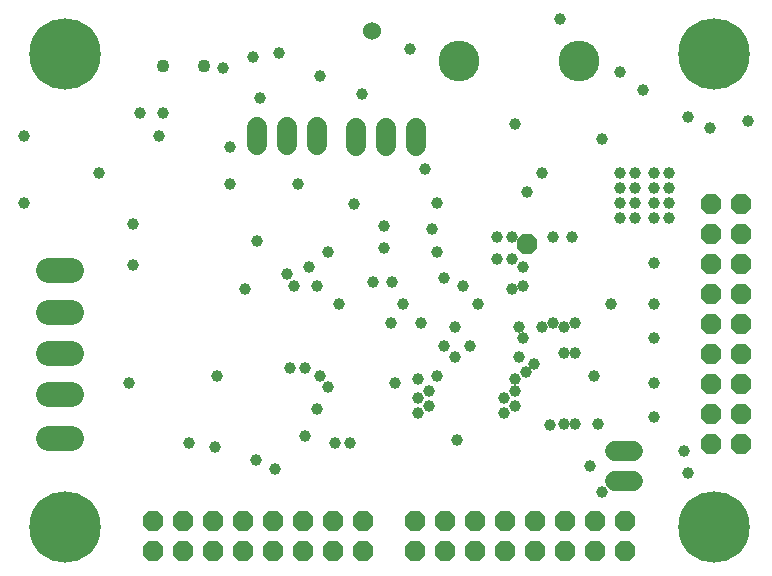
<source format=gbs>
G75*
G70*
%OFA0B0*%
%FSLAX24Y24*%
%IPPOS*%
%LPD*%
%AMOC8*
5,1,8,0,0,1.08239X$1,22.5*
%
%ADD10OC8,0.0680*%
%ADD11C,0.1360*%
%ADD12C,0.0680*%
%ADD13C,0.2380*%
%ADD14C,0.0600*%
%ADD15C,0.0434*%
%ADD16C,0.0848*%
%ADD17C,0.0390*%
D10*
X005060Y001281D03*
X005060Y002281D03*
X006060Y002281D03*
X007060Y002281D03*
X008060Y002281D03*
X009060Y002281D03*
X010060Y002281D03*
X011060Y002281D03*
X012060Y002281D03*
X012060Y001281D03*
X011060Y001281D03*
X010060Y001281D03*
X009060Y001281D03*
X008060Y001281D03*
X007060Y001281D03*
X006060Y001281D03*
X013777Y001281D03*
X013777Y002281D03*
X014777Y002281D03*
X015777Y002281D03*
X016777Y002281D03*
X017777Y002281D03*
X018777Y002281D03*
X019777Y002281D03*
X020777Y002281D03*
X020777Y001281D03*
X019777Y001281D03*
X018777Y001281D03*
X017777Y001281D03*
X016777Y001281D03*
X015777Y001281D03*
X014777Y001281D03*
X023663Y004848D03*
X024663Y004848D03*
X024663Y005848D03*
X024663Y006848D03*
X023663Y006848D03*
X023663Y005848D03*
X023663Y007848D03*
X024663Y007848D03*
X024663Y008848D03*
X023663Y008848D03*
X023663Y009848D03*
X024663Y009848D03*
X024663Y010848D03*
X024663Y011848D03*
X023663Y011848D03*
X023663Y010848D03*
X023663Y012848D03*
X024663Y012848D03*
X017506Y011506D03*
D11*
X019237Y017631D03*
X015237Y017631D03*
D12*
X013814Y015400D02*
X013814Y014800D01*
X012814Y014800D02*
X012814Y015400D01*
X011814Y015400D02*
X011814Y014800D01*
X010526Y014805D02*
X010526Y015405D01*
X009526Y015405D02*
X009526Y014805D01*
X008526Y014805D02*
X008526Y015405D01*
X020456Y004631D02*
X021056Y004631D01*
X021056Y003631D02*
X020456Y003631D01*
D13*
X002100Y002100D03*
X002100Y017848D03*
X023753Y017848D03*
X023753Y002100D03*
D14*
X012336Y018635D03*
D15*
X006763Y017454D03*
X005385Y017454D03*
D16*
X002326Y010643D02*
X001558Y010643D01*
X001558Y009265D02*
X002326Y009265D01*
X002326Y007887D02*
X001558Y007887D01*
X001558Y006509D02*
X002326Y006509D01*
X002326Y005048D02*
X001558Y005048D01*
D17*
X004256Y006881D03*
X006256Y004881D03*
X007131Y004756D03*
X008469Y004331D03*
X009131Y004006D03*
X010131Y005131D03*
X011131Y004881D03*
X011631Y004881D03*
X010506Y006006D03*
X010881Y006756D03*
X010631Y007131D03*
X010131Y007381D03*
X009631Y007381D03*
X007169Y007131D03*
X008131Y010006D03*
X009506Y010506D03*
X009756Y010131D03*
X010506Y010131D03*
X010256Y010756D03*
X010881Y011256D03*
X012381Y010256D03*
X013031Y010256D03*
X013381Y009506D03*
X012969Y008881D03*
X013969Y008881D03*
X014756Y008131D03*
X015131Y007756D03*
X015619Y008131D03*
X015131Y008756D03*
X015881Y009506D03*
X015381Y010131D03*
X014756Y010381D03*
X014506Y011256D03*
X014344Y012006D03*
X014506Y012881D03*
X014131Y014006D03*
X012756Y012131D03*
X012756Y011381D03*
X011756Y012844D03*
X009881Y013506D03*
X007631Y013506D03*
X007631Y014756D03*
X008631Y016381D03*
X007381Y017381D03*
X008381Y017756D03*
X009256Y017881D03*
X010631Y017131D03*
X012006Y016506D03*
X013631Y018006D03*
X017131Y015506D03*
X018006Y013881D03*
X017506Y013256D03*
X017006Y011756D03*
X016506Y011756D03*
X016506Y011006D03*
X017006Y011006D03*
X017381Y010756D03*
X017381Y010131D03*
X017006Y010006D03*
X017256Y008756D03*
X017381Y008381D03*
X018006Y008756D03*
X018381Y008881D03*
X018756Y008756D03*
X019131Y008881D03*
X019131Y007881D03*
X018756Y007881D03*
X017756Y007506D03*
X017469Y007256D03*
X017131Y007006D03*
X017131Y006631D03*
X016756Y006381D03*
X017131Y006131D03*
X016756Y005881D03*
X018273Y005502D03*
X018756Y005506D03*
X019131Y005506D03*
X019881Y005506D03*
X019631Y004131D03*
X020006Y003256D03*
X022756Y004631D03*
X022881Y003881D03*
X021756Y005756D03*
X021756Y006881D03*
X021756Y008381D03*
X021756Y009506D03*
X020319Y009506D03*
X021756Y010881D03*
X021756Y012381D03*
X022256Y012381D03*
X022256Y012881D03*
X021756Y012881D03*
X021756Y013381D03*
X022256Y013381D03*
X022256Y013881D03*
X021756Y013881D03*
X021131Y013881D03*
X021131Y013381D03*
X020631Y013381D03*
X020631Y013881D03*
X020631Y012881D03*
X020631Y012381D03*
X021131Y012381D03*
X021131Y012881D03*
X019006Y011756D03*
X018381Y011756D03*
X020006Y015006D03*
X021381Y016656D03*
X020631Y017256D03*
X018631Y019006D03*
X022881Y015756D03*
X023631Y015381D03*
X024881Y015631D03*
X017256Y007756D03*
X019756Y007131D03*
X015194Y004994D03*
X013881Y005881D03*
X014256Y006131D03*
X013881Y006381D03*
X014256Y006631D03*
X013881Y007006D03*
X014506Y007131D03*
X013131Y006881D03*
X011256Y009506D03*
X008506Y011631D03*
X004381Y012194D03*
X004381Y010819D03*
X000756Y012881D03*
X003256Y013881D03*
X005256Y015131D03*
X005381Y015881D03*
X004631Y015881D03*
X000756Y015131D03*
M02*

</source>
